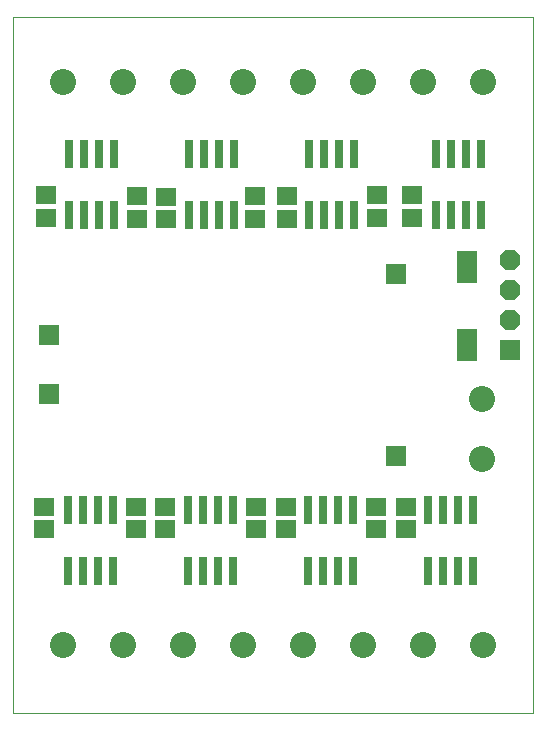
<source format=gts>
G75*
%MOIN*%
%OFA0B0*%
%FSLAX25Y25*%
%IPPOS*%
%LPD*%
%AMOC8*
5,1,8,0,0,1.08239X$1,22.5*
%
%ADD10C,0.00000*%
%ADD11R,0.03162X0.09461*%
%ADD12R,0.06800X0.06800*%
%ADD13OC8,0.06800*%
%ADD14R,0.06800X0.10800*%
%ADD15R,0.06706X0.05918*%
%ADD16C,0.08674*%
D10*
X0001300Y0001031D02*
X0001300Y0232921D01*
X0174528Y0232921D01*
X0174528Y0001031D01*
X0001300Y0001031D01*
D11*
X0019713Y0048252D03*
X0024713Y0048252D03*
X0029713Y0048252D03*
X0034713Y0048252D03*
X0034713Y0068724D03*
X0029713Y0068724D03*
X0024713Y0068724D03*
X0019713Y0068724D03*
X0059696Y0068724D03*
X0064696Y0068724D03*
X0069696Y0068724D03*
X0074696Y0068724D03*
X0074696Y0048252D03*
X0069696Y0048252D03*
X0064696Y0048252D03*
X0059696Y0048252D03*
X0099679Y0048252D03*
X0104679Y0048252D03*
X0109679Y0048252D03*
X0114679Y0048252D03*
X0114679Y0068724D03*
X0109679Y0068724D03*
X0104679Y0068724D03*
X0099679Y0068724D03*
X0139662Y0068724D03*
X0144662Y0068724D03*
X0149662Y0068724D03*
X0154662Y0068724D03*
X0154662Y0048252D03*
X0149662Y0048252D03*
X0144662Y0048252D03*
X0139662Y0048252D03*
X0142316Y0166878D03*
X0147316Y0166878D03*
X0152316Y0166878D03*
X0157316Y0166878D03*
X0157316Y0187350D03*
X0152316Y0187350D03*
X0147316Y0187350D03*
X0142316Y0187350D03*
X0115087Y0187350D03*
X0110087Y0187350D03*
X0105087Y0187350D03*
X0100087Y0187350D03*
X0100087Y0166878D03*
X0105087Y0166878D03*
X0110087Y0166878D03*
X0115087Y0166878D03*
X0074847Y0166878D03*
X0069847Y0166878D03*
X0064847Y0166878D03*
X0059847Y0166878D03*
X0059847Y0187350D03*
X0064847Y0187350D03*
X0069847Y0187350D03*
X0074847Y0187350D03*
X0034883Y0187350D03*
X0029883Y0187350D03*
X0024883Y0187350D03*
X0019883Y0187350D03*
X0019883Y0166878D03*
X0024883Y0166878D03*
X0029883Y0166878D03*
X0034883Y0166878D03*
D12*
X0013170Y0126843D03*
X0013170Y0107157D03*
X0128918Y0086685D03*
X0167087Y0121976D03*
X0128918Y0147315D03*
D13*
X0167087Y0151976D03*
X0167087Y0141976D03*
X0167087Y0131976D03*
D14*
X0152481Y0123543D03*
X0152481Y0149543D03*
D15*
X0134379Y0166020D03*
X0134379Y0173500D03*
X0122552Y0173500D03*
X0122552Y0166020D03*
X0092646Y0165626D03*
X0092646Y0173106D03*
X0082001Y0173106D03*
X0082001Y0165626D03*
X0052209Y0165571D03*
X0052209Y0173051D03*
X0042631Y0173106D03*
X0042631Y0165626D03*
X0012202Y0165986D03*
X0012202Y0173467D03*
X0011532Y0069567D03*
X0011532Y0062087D03*
X0042249Y0062087D03*
X0042249Y0069567D03*
X0052083Y0069567D03*
X0052083Y0062087D03*
X0082406Y0062087D03*
X0082406Y0069567D03*
X0092241Y0069567D03*
X0092241Y0062087D03*
X0122170Y0062087D03*
X0122170Y0069567D03*
X0132406Y0069567D03*
X0132406Y0062087D03*
D16*
X0157501Y0085437D03*
X0157501Y0105437D03*
X0157870Y0023650D03*
X0137870Y0023650D03*
X0117870Y0023650D03*
X0097870Y0023650D03*
X0077870Y0023650D03*
X0057870Y0023650D03*
X0037870Y0023650D03*
X0017870Y0023650D03*
X0017958Y0211091D03*
X0037958Y0211091D03*
X0057958Y0211091D03*
X0077958Y0211091D03*
X0097958Y0211091D03*
X0117958Y0211091D03*
X0137958Y0211091D03*
X0157958Y0211091D03*
M02*

</source>
